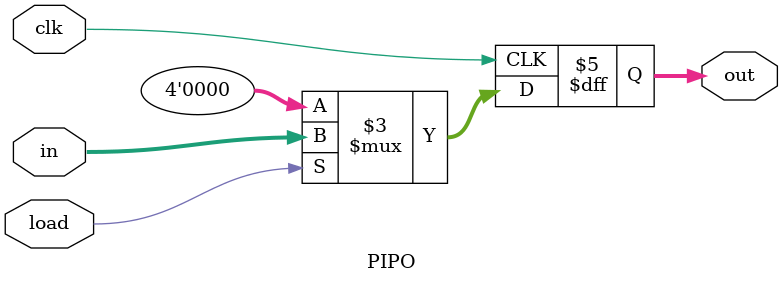
<source format=v>
`timescale 1ns / 1ps


module PIPO(load,clk,in,out);
input clk,load;
input [3:0]in;
output reg [3:0]out;

always@(posedge clk)
begin
     if(load)
        begin 
            out = in;
        end
     else 
        begin 
            out = 4'b0000;
         end
end 
endmodule

</source>
